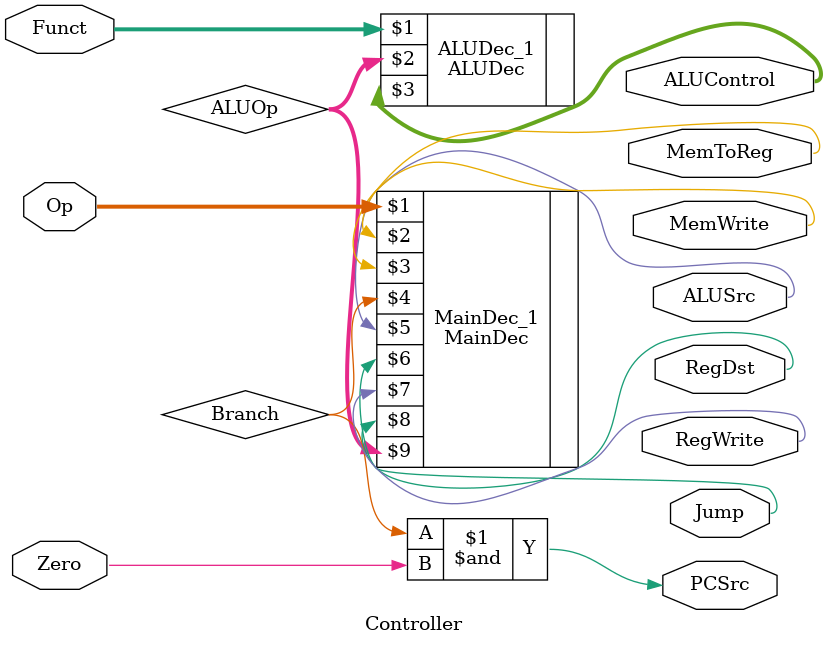
<source format=v>
module Controller( 
    input [5:0] Op, Funct,
    input Zero,
    output MemToReg, MemWrite,
    output PCSrc, ALUSrc,
    output RegDst, RegWrite,
    output Jump,
    output [3:0] ALUControl);

    wire [1:0] ALUOp;
    wire Branch;

    MainDec MainDec_1(Op, MemToReg, MemWrite, Branch, ALUSrc, RegDst, RegWrite, Jump, ALUOp);
    ALUDec ALUDec_1(Funct, ALUOp, ALUControl);

    assign PCSrc = Branch & Zero;
endmodule

</source>
